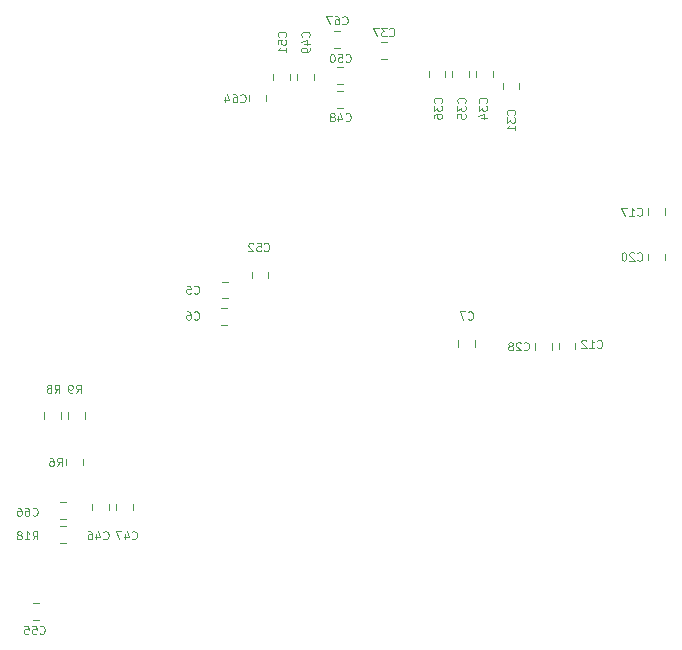
<source format=gbr>
%TF.GenerationSoftware,KiCad,Pcbnew,(5.1.6)-1*%
%TF.CreationDate,2020-12-19T20:46:55-03:30*%
%TF.ProjectId,graphics-card-rev-2,67726170-6869-4637-932d-636172642d72,rev?*%
%TF.SameCoordinates,Original*%
%TF.FileFunction,Legend,Bot*%
%TF.FilePolarity,Positive*%
%FSLAX46Y46*%
G04 Gerber Fmt 4.6, Leading zero omitted, Abs format (unit mm)*
G04 Created by KiCad (PCBNEW (5.1.6)-1) date 2020-12-19 20:46:55*
%MOMM*%
%LPD*%
G01*
G04 APERTURE LIST*
%ADD10C,0.120000*%
%ADD11C,0.100000*%
%ADD12O,1.450000X1.800000*%
%ADD13O,1.200000X1.600000*%
%ADD14C,2.050000*%
G04 APERTURE END LIST*
D10*
%TO.C,C5*%
X80263748Y-132290000D02*
X80786252Y-132290000D01*
X80263748Y-133710000D02*
X80786252Y-133710000D01*
%TO.C,C6*%
X80213748Y-135960000D02*
X80736252Y-135960000D01*
X80213748Y-134540000D02*
X80736252Y-134540000D01*
%TO.C,C7*%
X100290000Y-137786252D02*
X100290000Y-137263748D01*
X101710000Y-137786252D02*
X101710000Y-137263748D01*
%TO.C,C12*%
X110210000Y-137488748D02*
X110210000Y-138011252D01*
X108790000Y-137488748D02*
X108790000Y-138011252D01*
%TO.C,C28*%
X106790000Y-137513748D02*
X106790000Y-138036252D01*
X108210000Y-137513748D02*
X108210000Y-138036252D01*
%TO.C,C31*%
X105460000Y-115463748D02*
X105460000Y-115986252D01*
X104040000Y-115463748D02*
X104040000Y-115986252D01*
%TO.C,C34*%
X103210000Y-114463748D02*
X103210000Y-114986252D01*
X101790000Y-114463748D02*
X101790000Y-114986252D01*
%TO.C,C35*%
X101210000Y-114463748D02*
X101210000Y-114986252D01*
X99790000Y-114463748D02*
X99790000Y-114986252D01*
%TO.C,C36*%
X99210000Y-114463748D02*
X99210000Y-114986252D01*
X97790000Y-114463748D02*
X97790000Y-114986252D01*
%TO.C,C37*%
X93713748Y-113460000D02*
X94236252Y-113460000D01*
X93713748Y-112040000D02*
X94236252Y-112040000D01*
%TO.C,C48*%
X90035748Y-117550000D02*
X90558252Y-117550000D01*
X90035748Y-116130000D02*
X90558252Y-116130000D01*
%TO.C,C49*%
X88086000Y-114682748D02*
X88086000Y-115205252D01*
X86666000Y-114682748D02*
X86666000Y-115205252D01*
%TO.C,C50*%
X90044748Y-115518000D02*
X90567252Y-115518000D01*
X90044748Y-114098000D02*
X90567252Y-114098000D01*
%TO.C,C51*%
X86054000Y-114673748D02*
X86054000Y-115196252D01*
X84634000Y-114673748D02*
X84634000Y-115196252D01*
%TO.C,C52*%
X84210000Y-131488748D02*
X84210000Y-132011252D01*
X82790000Y-131488748D02*
X82790000Y-132011252D01*
%TO.C,C17*%
X117804000Y-126094748D02*
X117804000Y-126617252D01*
X116384000Y-126094748D02*
X116384000Y-126617252D01*
%TO.C,C20*%
X117804000Y-130445252D02*
X117804000Y-129922748D01*
X116384000Y-130445252D02*
X116384000Y-129922748D01*
%TO.C,C46*%
X70687000Y-151645252D02*
X70687000Y-151122748D01*
X69267000Y-151645252D02*
X69267000Y-151122748D01*
%TO.C,C47*%
X71299000Y-151654252D02*
X71299000Y-151131748D01*
X72719000Y-151654252D02*
X72719000Y-151131748D01*
%TO.C,C55*%
X64263748Y-159540000D02*
X64786252Y-159540000D01*
X64263748Y-160960000D02*
X64786252Y-160960000D01*
%TO.C,C66*%
X66531748Y-150928000D02*
X67054252Y-150928000D01*
X66531748Y-152348000D02*
X67054252Y-152348000D01*
%TO.C,C67*%
X89772748Y-111050000D02*
X90295252Y-111050000D01*
X89772748Y-112470000D02*
X90295252Y-112470000D01*
%TO.C,C64*%
X84022000Y-116974252D02*
X84022000Y-116451748D01*
X82602000Y-116974252D02*
X82602000Y-116451748D01*
%TO.C,R6*%
X67108000Y-147835252D02*
X67108000Y-147312748D01*
X68528000Y-147835252D02*
X68528000Y-147312748D01*
%TO.C,R8*%
X66623000Y-143366748D02*
X66623000Y-143889252D01*
X65203000Y-143366748D02*
X65203000Y-143889252D01*
%TO.C,R9*%
X67235000Y-143366748D02*
X67235000Y-143889252D01*
X68655000Y-143366748D02*
X68655000Y-143889252D01*
%TO.C,R18*%
X66540748Y-154380000D02*
X67063252Y-154380000D01*
X66540748Y-152960000D02*
X67063252Y-152960000D01*
%TO.C,C5*%
D11*
X77916666Y-133250000D02*
X77950000Y-133283333D01*
X78050000Y-133316666D01*
X78116666Y-133316666D01*
X78216666Y-133283333D01*
X78283333Y-133216666D01*
X78316666Y-133150000D01*
X78350000Y-133016666D01*
X78350000Y-132916666D01*
X78316666Y-132783333D01*
X78283333Y-132716666D01*
X78216666Y-132650000D01*
X78116666Y-132616666D01*
X78050000Y-132616666D01*
X77950000Y-132650000D01*
X77916666Y-132683333D01*
X77283333Y-132616666D02*
X77616666Y-132616666D01*
X77650000Y-132950000D01*
X77616666Y-132916666D01*
X77550000Y-132883333D01*
X77383333Y-132883333D01*
X77316666Y-132916666D01*
X77283333Y-132950000D01*
X77250000Y-133016666D01*
X77250000Y-133183333D01*
X77283333Y-133250000D01*
X77316666Y-133283333D01*
X77383333Y-133316666D01*
X77550000Y-133316666D01*
X77616666Y-133283333D01*
X77650000Y-133250000D01*
%TO.C,C6*%
X77916666Y-135450000D02*
X77950000Y-135483333D01*
X78050000Y-135516666D01*
X78116666Y-135516666D01*
X78216666Y-135483333D01*
X78283333Y-135416666D01*
X78316666Y-135350000D01*
X78350000Y-135216666D01*
X78350000Y-135116666D01*
X78316666Y-134983333D01*
X78283333Y-134916666D01*
X78216666Y-134850000D01*
X78116666Y-134816666D01*
X78050000Y-134816666D01*
X77950000Y-134850000D01*
X77916666Y-134883333D01*
X77316666Y-134816666D02*
X77450000Y-134816666D01*
X77516666Y-134850000D01*
X77550000Y-134883333D01*
X77616666Y-134983333D01*
X77650000Y-135116666D01*
X77650000Y-135383333D01*
X77616666Y-135450000D01*
X77583333Y-135483333D01*
X77516666Y-135516666D01*
X77383333Y-135516666D01*
X77316666Y-135483333D01*
X77283333Y-135450000D01*
X77250000Y-135383333D01*
X77250000Y-135216666D01*
X77283333Y-135150000D01*
X77316666Y-135116666D01*
X77383333Y-135083333D01*
X77516666Y-135083333D01*
X77583333Y-135116666D01*
X77616666Y-135150000D01*
X77650000Y-135216666D01*
%TO.C,C7*%
X101116666Y-135450000D02*
X101150000Y-135483333D01*
X101250000Y-135516666D01*
X101316666Y-135516666D01*
X101416666Y-135483333D01*
X101483333Y-135416666D01*
X101516666Y-135350000D01*
X101550000Y-135216666D01*
X101550000Y-135116666D01*
X101516666Y-134983333D01*
X101483333Y-134916666D01*
X101416666Y-134850000D01*
X101316666Y-134816666D01*
X101250000Y-134816666D01*
X101150000Y-134850000D01*
X101116666Y-134883333D01*
X100883333Y-134816666D02*
X100416666Y-134816666D01*
X100716666Y-135516666D01*
%TO.C,C12*%
X112050000Y-137850000D02*
X112083333Y-137883333D01*
X112183333Y-137916666D01*
X112250000Y-137916666D01*
X112350000Y-137883333D01*
X112416666Y-137816666D01*
X112450000Y-137750000D01*
X112483333Y-137616666D01*
X112483333Y-137516666D01*
X112450000Y-137383333D01*
X112416666Y-137316666D01*
X112350000Y-137250000D01*
X112250000Y-137216666D01*
X112183333Y-137216666D01*
X112083333Y-137250000D01*
X112050000Y-137283333D01*
X111383333Y-137916666D02*
X111783333Y-137916666D01*
X111583333Y-137916666D02*
X111583333Y-137216666D01*
X111650000Y-137316666D01*
X111716666Y-137383333D01*
X111783333Y-137416666D01*
X111116666Y-137283333D02*
X111083333Y-137250000D01*
X111016666Y-137216666D01*
X110850000Y-137216666D01*
X110783333Y-137250000D01*
X110750000Y-137283333D01*
X110716666Y-137350000D01*
X110716666Y-137416666D01*
X110750000Y-137516666D01*
X111150000Y-137916666D01*
X110716666Y-137916666D01*
%TO.C,C28*%
X105850000Y-138050000D02*
X105883333Y-138083333D01*
X105983333Y-138116666D01*
X106050000Y-138116666D01*
X106150000Y-138083333D01*
X106216666Y-138016666D01*
X106250000Y-137950000D01*
X106283333Y-137816666D01*
X106283333Y-137716666D01*
X106250000Y-137583333D01*
X106216666Y-137516666D01*
X106150000Y-137450000D01*
X106050000Y-137416666D01*
X105983333Y-137416666D01*
X105883333Y-137450000D01*
X105850000Y-137483333D01*
X105583333Y-137483333D02*
X105550000Y-137450000D01*
X105483333Y-137416666D01*
X105316666Y-137416666D01*
X105250000Y-137450000D01*
X105216666Y-137483333D01*
X105183333Y-137550000D01*
X105183333Y-137616666D01*
X105216666Y-137716666D01*
X105616666Y-138116666D01*
X105183333Y-138116666D01*
X104783333Y-137716666D02*
X104850000Y-137683333D01*
X104883333Y-137650000D01*
X104916666Y-137583333D01*
X104916666Y-137550000D01*
X104883333Y-137483333D01*
X104850000Y-137450000D01*
X104783333Y-137416666D01*
X104650000Y-137416666D01*
X104583333Y-137450000D01*
X104550000Y-137483333D01*
X104516666Y-137550000D01*
X104516666Y-137583333D01*
X104550000Y-137650000D01*
X104583333Y-137683333D01*
X104650000Y-137716666D01*
X104783333Y-137716666D01*
X104850000Y-137750000D01*
X104883333Y-137783333D01*
X104916666Y-137850000D01*
X104916666Y-137983333D01*
X104883333Y-138050000D01*
X104850000Y-138083333D01*
X104783333Y-138116666D01*
X104650000Y-138116666D01*
X104583333Y-138083333D01*
X104550000Y-138050000D01*
X104516666Y-137983333D01*
X104516666Y-137850000D01*
X104550000Y-137783333D01*
X104583333Y-137750000D01*
X104650000Y-137716666D01*
%TO.C,C31*%
X105050000Y-118150000D02*
X105083333Y-118116666D01*
X105116666Y-118016666D01*
X105116666Y-117950000D01*
X105083333Y-117850000D01*
X105016666Y-117783333D01*
X104950000Y-117750000D01*
X104816666Y-117716666D01*
X104716666Y-117716666D01*
X104583333Y-117750000D01*
X104516666Y-117783333D01*
X104450000Y-117850000D01*
X104416666Y-117950000D01*
X104416666Y-118016666D01*
X104450000Y-118116666D01*
X104483333Y-118150000D01*
X104416666Y-118383333D02*
X104416666Y-118816666D01*
X104683333Y-118583333D01*
X104683333Y-118683333D01*
X104716666Y-118750000D01*
X104750000Y-118783333D01*
X104816666Y-118816666D01*
X104983333Y-118816666D01*
X105050000Y-118783333D01*
X105083333Y-118750000D01*
X105116666Y-118683333D01*
X105116666Y-118483333D01*
X105083333Y-118416666D01*
X105050000Y-118383333D01*
X105116666Y-119483333D02*
X105116666Y-119083333D01*
X105116666Y-119283333D02*
X104416666Y-119283333D01*
X104516666Y-119216666D01*
X104583333Y-119150000D01*
X104616666Y-119083333D01*
%TO.C,C34*%
X102650000Y-117150000D02*
X102683333Y-117116666D01*
X102716666Y-117016666D01*
X102716666Y-116950000D01*
X102683333Y-116850000D01*
X102616666Y-116783333D01*
X102550000Y-116750000D01*
X102416666Y-116716666D01*
X102316666Y-116716666D01*
X102183333Y-116750000D01*
X102116666Y-116783333D01*
X102050000Y-116850000D01*
X102016666Y-116950000D01*
X102016666Y-117016666D01*
X102050000Y-117116666D01*
X102083333Y-117150000D01*
X102016666Y-117383333D02*
X102016666Y-117816666D01*
X102283333Y-117583333D01*
X102283333Y-117683333D01*
X102316666Y-117750000D01*
X102350000Y-117783333D01*
X102416666Y-117816666D01*
X102583333Y-117816666D01*
X102650000Y-117783333D01*
X102683333Y-117750000D01*
X102716666Y-117683333D01*
X102716666Y-117483333D01*
X102683333Y-117416666D01*
X102650000Y-117383333D01*
X102250000Y-118416666D02*
X102716666Y-118416666D01*
X101983333Y-118250000D02*
X102483333Y-118083333D01*
X102483333Y-118516666D01*
%TO.C,C35*%
X100850000Y-117150000D02*
X100883333Y-117116666D01*
X100916666Y-117016666D01*
X100916666Y-116950000D01*
X100883333Y-116850000D01*
X100816666Y-116783333D01*
X100750000Y-116750000D01*
X100616666Y-116716666D01*
X100516666Y-116716666D01*
X100383333Y-116750000D01*
X100316666Y-116783333D01*
X100250000Y-116850000D01*
X100216666Y-116950000D01*
X100216666Y-117016666D01*
X100250000Y-117116666D01*
X100283333Y-117150000D01*
X100216666Y-117383333D02*
X100216666Y-117816666D01*
X100483333Y-117583333D01*
X100483333Y-117683333D01*
X100516666Y-117750000D01*
X100550000Y-117783333D01*
X100616666Y-117816666D01*
X100783333Y-117816666D01*
X100850000Y-117783333D01*
X100883333Y-117750000D01*
X100916666Y-117683333D01*
X100916666Y-117483333D01*
X100883333Y-117416666D01*
X100850000Y-117383333D01*
X100216666Y-118450000D02*
X100216666Y-118116666D01*
X100550000Y-118083333D01*
X100516666Y-118116666D01*
X100483333Y-118183333D01*
X100483333Y-118350000D01*
X100516666Y-118416666D01*
X100550000Y-118450000D01*
X100616666Y-118483333D01*
X100783333Y-118483333D01*
X100850000Y-118450000D01*
X100883333Y-118416666D01*
X100916666Y-118350000D01*
X100916666Y-118183333D01*
X100883333Y-118116666D01*
X100850000Y-118083333D01*
%TO.C,C36*%
X98850000Y-117150000D02*
X98883333Y-117116666D01*
X98916666Y-117016666D01*
X98916666Y-116950000D01*
X98883333Y-116850000D01*
X98816666Y-116783333D01*
X98750000Y-116750000D01*
X98616666Y-116716666D01*
X98516666Y-116716666D01*
X98383333Y-116750000D01*
X98316666Y-116783333D01*
X98250000Y-116850000D01*
X98216666Y-116950000D01*
X98216666Y-117016666D01*
X98250000Y-117116666D01*
X98283333Y-117150000D01*
X98216666Y-117383333D02*
X98216666Y-117816666D01*
X98483333Y-117583333D01*
X98483333Y-117683333D01*
X98516666Y-117750000D01*
X98550000Y-117783333D01*
X98616666Y-117816666D01*
X98783333Y-117816666D01*
X98850000Y-117783333D01*
X98883333Y-117750000D01*
X98916666Y-117683333D01*
X98916666Y-117483333D01*
X98883333Y-117416666D01*
X98850000Y-117383333D01*
X98216666Y-118416666D02*
X98216666Y-118283333D01*
X98250000Y-118216666D01*
X98283333Y-118183333D01*
X98383333Y-118116666D01*
X98516666Y-118083333D01*
X98783333Y-118083333D01*
X98850000Y-118116666D01*
X98883333Y-118150000D01*
X98916666Y-118216666D01*
X98916666Y-118350000D01*
X98883333Y-118416666D01*
X98850000Y-118450000D01*
X98783333Y-118483333D01*
X98616666Y-118483333D01*
X98550000Y-118450000D01*
X98516666Y-118416666D01*
X98483333Y-118350000D01*
X98483333Y-118216666D01*
X98516666Y-118150000D01*
X98550000Y-118116666D01*
X98616666Y-118083333D01*
%TO.C,C37*%
X94450000Y-111450000D02*
X94483333Y-111483333D01*
X94583333Y-111516666D01*
X94650000Y-111516666D01*
X94750000Y-111483333D01*
X94816666Y-111416666D01*
X94850000Y-111350000D01*
X94883333Y-111216666D01*
X94883333Y-111116666D01*
X94850000Y-110983333D01*
X94816666Y-110916666D01*
X94750000Y-110850000D01*
X94650000Y-110816666D01*
X94583333Y-110816666D01*
X94483333Y-110850000D01*
X94450000Y-110883333D01*
X94216666Y-110816666D02*
X93783333Y-110816666D01*
X94016666Y-111083333D01*
X93916666Y-111083333D01*
X93850000Y-111116666D01*
X93816666Y-111150000D01*
X93783333Y-111216666D01*
X93783333Y-111383333D01*
X93816666Y-111450000D01*
X93850000Y-111483333D01*
X93916666Y-111516666D01*
X94116666Y-111516666D01*
X94183333Y-111483333D01*
X94216666Y-111450000D01*
X93550000Y-110816666D02*
X93083333Y-110816666D01*
X93383333Y-111516666D01*
%TO.C,C48*%
X90747000Y-118650000D02*
X90780333Y-118683333D01*
X90880333Y-118716666D01*
X90947000Y-118716666D01*
X91047000Y-118683333D01*
X91113666Y-118616666D01*
X91147000Y-118550000D01*
X91180333Y-118416666D01*
X91180333Y-118316666D01*
X91147000Y-118183333D01*
X91113666Y-118116666D01*
X91047000Y-118050000D01*
X90947000Y-118016666D01*
X90880333Y-118016666D01*
X90780333Y-118050000D01*
X90747000Y-118083333D01*
X90147000Y-118250000D02*
X90147000Y-118716666D01*
X90313666Y-117983333D02*
X90480333Y-118483333D01*
X90047000Y-118483333D01*
X89680333Y-118316666D02*
X89747000Y-118283333D01*
X89780333Y-118250000D01*
X89813666Y-118183333D01*
X89813666Y-118150000D01*
X89780333Y-118083333D01*
X89747000Y-118050000D01*
X89680333Y-118016666D01*
X89547000Y-118016666D01*
X89480333Y-118050000D01*
X89447000Y-118083333D01*
X89413666Y-118150000D01*
X89413666Y-118183333D01*
X89447000Y-118250000D01*
X89480333Y-118283333D01*
X89547000Y-118316666D01*
X89680333Y-118316666D01*
X89747000Y-118350000D01*
X89780333Y-118383333D01*
X89813666Y-118450000D01*
X89813666Y-118583333D01*
X89780333Y-118650000D01*
X89747000Y-118683333D01*
X89680333Y-118716666D01*
X89547000Y-118716666D01*
X89480333Y-118683333D01*
X89447000Y-118650000D01*
X89413666Y-118583333D01*
X89413666Y-118450000D01*
X89447000Y-118383333D01*
X89480333Y-118350000D01*
X89547000Y-118316666D01*
%TO.C,C49*%
X87650000Y-111550000D02*
X87683333Y-111516666D01*
X87716666Y-111416666D01*
X87716666Y-111350000D01*
X87683333Y-111250000D01*
X87616666Y-111183333D01*
X87550000Y-111150000D01*
X87416666Y-111116666D01*
X87316666Y-111116666D01*
X87183333Y-111150000D01*
X87116666Y-111183333D01*
X87050000Y-111250000D01*
X87016666Y-111350000D01*
X87016666Y-111416666D01*
X87050000Y-111516666D01*
X87083333Y-111550000D01*
X87250000Y-112150000D02*
X87716666Y-112150000D01*
X86983333Y-111983333D02*
X87483333Y-111816666D01*
X87483333Y-112250000D01*
X87716666Y-112550000D02*
X87716666Y-112683333D01*
X87683333Y-112750000D01*
X87650000Y-112783333D01*
X87550000Y-112850000D01*
X87416666Y-112883333D01*
X87150000Y-112883333D01*
X87083333Y-112850000D01*
X87050000Y-112816666D01*
X87016666Y-112750000D01*
X87016666Y-112616666D01*
X87050000Y-112550000D01*
X87083333Y-112516666D01*
X87150000Y-112483333D01*
X87316666Y-112483333D01*
X87383333Y-112516666D01*
X87416666Y-112550000D01*
X87450000Y-112616666D01*
X87450000Y-112750000D01*
X87416666Y-112816666D01*
X87383333Y-112850000D01*
X87316666Y-112883333D01*
%TO.C,C50*%
X90756000Y-113650000D02*
X90789333Y-113683333D01*
X90889333Y-113716666D01*
X90956000Y-113716666D01*
X91056000Y-113683333D01*
X91122666Y-113616666D01*
X91156000Y-113550000D01*
X91189333Y-113416666D01*
X91189333Y-113316666D01*
X91156000Y-113183333D01*
X91122666Y-113116666D01*
X91056000Y-113050000D01*
X90956000Y-113016666D01*
X90889333Y-113016666D01*
X90789333Y-113050000D01*
X90756000Y-113083333D01*
X90122666Y-113016666D02*
X90456000Y-113016666D01*
X90489333Y-113350000D01*
X90456000Y-113316666D01*
X90389333Y-113283333D01*
X90222666Y-113283333D01*
X90156000Y-113316666D01*
X90122666Y-113350000D01*
X90089333Y-113416666D01*
X90089333Y-113583333D01*
X90122666Y-113650000D01*
X90156000Y-113683333D01*
X90222666Y-113716666D01*
X90389333Y-113716666D01*
X90456000Y-113683333D01*
X90489333Y-113650000D01*
X89656000Y-113016666D02*
X89589333Y-113016666D01*
X89522666Y-113050000D01*
X89489333Y-113083333D01*
X89456000Y-113150000D01*
X89422666Y-113283333D01*
X89422666Y-113450000D01*
X89456000Y-113583333D01*
X89489333Y-113650000D01*
X89522666Y-113683333D01*
X89589333Y-113716666D01*
X89656000Y-113716666D01*
X89722666Y-113683333D01*
X89756000Y-113650000D01*
X89789333Y-113583333D01*
X89822666Y-113450000D01*
X89822666Y-113283333D01*
X89789333Y-113150000D01*
X89756000Y-113083333D01*
X89722666Y-113050000D01*
X89656000Y-113016666D01*
%TO.C,C51*%
X85650000Y-111550000D02*
X85683333Y-111516666D01*
X85716666Y-111416666D01*
X85716666Y-111350000D01*
X85683333Y-111250000D01*
X85616666Y-111183333D01*
X85550000Y-111150000D01*
X85416666Y-111116666D01*
X85316666Y-111116666D01*
X85183333Y-111150000D01*
X85116666Y-111183333D01*
X85050000Y-111250000D01*
X85016666Y-111350000D01*
X85016666Y-111416666D01*
X85050000Y-111516666D01*
X85083333Y-111550000D01*
X85016666Y-112183333D02*
X85016666Y-111850000D01*
X85350000Y-111816666D01*
X85316666Y-111850000D01*
X85283333Y-111916666D01*
X85283333Y-112083333D01*
X85316666Y-112150000D01*
X85350000Y-112183333D01*
X85416666Y-112216666D01*
X85583333Y-112216666D01*
X85650000Y-112183333D01*
X85683333Y-112150000D01*
X85716666Y-112083333D01*
X85716666Y-111916666D01*
X85683333Y-111850000D01*
X85650000Y-111816666D01*
X85716666Y-112883333D02*
X85716666Y-112483333D01*
X85716666Y-112683333D02*
X85016666Y-112683333D01*
X85116666Y-112616666D01*
X85183333Y-112550000D01*
X85216666Y-112483333D01*
%TO.C,C52*%
X83850000Y-129650000D02*
X83883333Y-129683333D01*
X83983333Y-129716666D01*
X84050000Y-129716666D01*
X84150000Y-129683333D01*
X84216666Y-129616666D01*
X84250000Y-129550000D01*
X84283333Y-129416666D01*
X84283333Y-129316666D01*
X84250000Y-129183333D01*
X84216666Y-129116666D01*
X84150000Y-129050000D01*
X84050000Y-129016666D01*
X83983333Y-129016666D01*
X83883333Y-129050000D01*
X83850000Y-129083333D01*
X83216666Y-129016666D02*
X83550000Y-129016666D01*
X83583333Y-129350000D01*
X83550000Y-129316666D01*
X83483333Y-129283333D01*
X83316666Y-129283333D01*
X83250000Y-129316666D01*
X83216666Y-129350000D01*
X83183333Y-129416666D01*
X83183333Y-129583333D01*
X83216666Y-129650000D01*
X83250000Y-129683333D01*
X83316666Y-129716666D01*
X83483333Y-129716666D01*
X83550000Y-129683333D01*
X83583333Y-129650000D01*
X82916666Y-129083333D02*
X82883333Y-129050000D01*
X82816666Y-129016666D01*
X82650000Y-129016666D01*
X82583333Y-129050000D01*
X82550000Y-129083333D01*
X82516666Y-129150000D01*
X82516666Y-129216666D01*
X82550000Y-129316666D01*
X82950000Y-129716666D01*
X82516666Y-129716666D01*
%TO.C,C17*%
X115450000Y-126650000D02*
X115483333Y-126683333D01*
X115583333Y-126716666D01*
X115650000Y-126716666D01*
X115750000Y-126683333D01*
X115816666Y-126616666D01*
X115850000Y-126550000D01*
X115883333Y-126416666D01*
X115883333Y-126316666D01*
X115850000Y-126183333D01*
X115816666Y-126116666D01*
X115750000Y-126050000D01*
X115650000Y-126016666D01*
X115583333Y-126016666D01*
X115483333Y-126050000D01*
X115450000Y-126083333D01*
X114783333Y-126716666D02*
X115183333Y-126716666D01*
X114983333Y-126716666D02*
X114983333Y-126016666D01*
X115050000Y-126116666D01*
X115116666Y-126183333D01*
X115183333Y-126216666D01*
X114550000Y-126016666D02*
X114083333Y-126016666D01*
X114383333Y-126716666D01*
%TO.C,C20*%
X115450000Y-130450000D02*
X115483333Y-130483333D01*
X115583333Y-130516666D01*
X115650000Y-130516666D01*
X115750000Y-130483333D01*
X115816666Y-130416666D01*
X115850000Y-130350000D01*
X115883333Y-130216666D01*
X115883333Y-130116666D01*
X115850000Y-129983333D01*
X115816666Y-129916666D01*
X115750000Y-129850000D01*
X115650000Y-129816666D01*
X115583333Y-129816666D01*
X115483333Y-129850000D01*
X115450000Y-129883333D01*
X115183333Y-129883333D02*
X115150000Y-129850000D01*
X115083333Y-129816666D01*
X114916666Y-129816666D01*
X114850000Y-129850000D01*
X114816666Y-129883333D01*
X114783333Y-129950000D01*
X114783333Y-130016666D01*
X114816666Y-130116666D01*
X115216666Y-130516666D01*
X114783333Y-130516666D01*
X114350000Y-129816666D02*
X114283333Y-129816666D01*
X114216666Y-129850000D01*
X114183333Y-129883333D01*
X114150000Y-129950000D01*
X114116666Y-130083333D01*
X114116666Y-130250000D01*
X114150000Y-130383333D01*
X114183333Y-130450000D01*
X114216666Y-130483333D01*
X114283333Y-130516666D01*
X114350000Y-130516666D01*
X114416666Y-130483333D01*
X114450000Y-130450000D01*
X114483333Y-130383333D01*
X114516666Y-130250000D01*
X114516666Y-130083333D01*
X114483333Y-129950000D01*
X114450000Y-129883333D01*
X114416666Y-129850000D01*
X114350000Y-129816666D01*
%TO.C,C46*%
X70250000Y-154050000D02*
X70283333Y-154083333D01*
X70383333Y-154116666D01*
X70450000Y-154116666D01*
X70550000Y-154083333D01*
X70616666Y-154016666D01*
X70650000Y-153950000D01*
X70683333Y-153816666D01*
X70683333Y-153716666D01*
X70650000Y-153583333D01*
X70616666Y-153516666D01*
X70550000Y-153450000D01*
X70450000Y-153416666D01*
X70383333Y-153416666D01*
X70283333Y-153450000D01*
X70250000Y-153483333D01*
X69650000Y-153650000D02*
X69650000Y-154116666D01*
X69816666Y-153383333D02*
X69983333Y-153883333D01*
X69550000Y-153883333D01*
X68983333Y-153416666D02*
X69116666Y-153416666D01*
X69183333Y-153450000D01*
X69216666Y-153483333D01*
X69283333Y-153583333D01*
X69316666Y-153716666D01*
X69316666Y-153983333D01*
X69283333Y-154050000D01*
X69250000Y-154083333D01*
X69183333Y-154116666D01*
X69050000Y-154116666D01*
X68983333Y-154083333D01*
X68950000Y-154050000D01*
X68916666Y-153983333D01*
X68916666Y-153816666D01*
X68950000Y-153750000D01*
X68983333Y-153716666D01*
X69050000Y-153683333D01*
X69183333Y-153683333D01*
X69250000Y-153716666D01*
X69283333Y-153750000D01*
X69316666Y-153816666D01*
%TO.C,C47*%
X72650000Y-154050000D02*
X72683333Y-154083333D01*
X72783333Y-154116666D01*
X72850000Y-154116666D01*
X72950000Y-154083333D01*
X73016666Y-154016666D01*
X73050000Y-153950000D01*
X73083333Y-153816666D01*
X73083333Y-153716666D01*
X73050000Y-153583333D01*
X73016666Y-153516666D01*
X72950000Y-153450000D01*
X72850000Y-153416666D01*
X72783333Y-153416666D01*
X72683333Y-153450000D01*
X72650000Y-153483333D01*
X72050000Y-153650000D02*
X72050000Y-154116666D01*
X72216666Y-153383333D02*
X72383333Y-153883333D01*
X71950000Y-153883333D01*
X71750000Y-153416666D02*
X71283333Y-153416666D01*
X71583333Y-154116666D01*
%TO.C,C55*%
X64850000Y-162050000D02*
X64883333Y-162083333D01*
X64983333Y-162116666D01*
X65050000Y-162116666D01*
X65150000Y-162083333D01*
X65216666Y-162016666D01*
X65250000Y-161950000D01*
X65283333Y-161816666D01*
X65283333Y-161716666D01*
X65250000Y-161583333D01*
X65216666Y-161516666D01*
X65150000Y-161450000D01*
X65050000Y-161416666D01*
X64983333Y-161416666D01*
X64883333Y-161450000D01*
X64850000Y-161483333D01*
X64216666Y-161416666D02*
X64550000Y-161416666D01*
X64583333Y-161750000D01*
X64550000Y-161716666D01*
X64483333Y-161683333D01*
X64316666Y-161683333D01*
X64250000Y-161716666D01*
X64216666Y-161750000D01*
X64183333Y-161816666D01*
X64183333Y-161983333D01*
X64216666Y-162050000D01*
X64250000Y-162083333D01*
X64316666Y-162116666D01*
X64483333Y-162116666D01*
X64550000Y-162083333D01*
X64583333Y-162050000D01*
X63550000Y-161416666D02*
X63883333Y-161416666D01*
X63916666Y-161750000D01*
X63883333Y-161716666D01*
X63816666Y-161683333D01*
X63650000Y-161683333D01*
X63583333Y-161716666D01*
X63550000Y-161750000D01*
X63516666Y-161816666D01*
X63516666Y-161983333D01*
X63550000Y-162050000D01*
X63583333Y-162083333D01*
X63650000Y-162116666D01*
X63816666Y-162116666D01*
X63883333Y-162083333D01*
X63916666Y-162050000D01*
%TO.C,C66*%
X64250000Y-152050000D02*
X64283333Y-152083333D01*
X64383333Y-152116666D01*
X64450000Y-152116666D01*
X64550000Y-152083333D01*
X64616666Y-152016666D01*
X64650000Y-151950000D01*
X64683333Y-151816666D01*
X64683333Y-151716666D01*
X64650000Y-151583333D01*
X64616666Y-151516666D01*
X64550000Y-151450000D01*
X64450000Y-151416666D01*
X64383333Y-151416666D01*
X64283333Y-151450000D01*
X64250000Y-151483333D01*
X63650000Y-151416666D02*
X63783333Y-151416666D01*
X63850000Y-151450000D01*
X63883333Y-151483333D01*
X63950000Y-151583333D01*
X63983333Y-151716666D01*
X63983333Y-151983333D01*
X63950000Y-152050000D01*
X63916666Y-152083333D01*
X63850000Y-152116666D01*
X63716666Y-152116666D01*
X63650000Y-152083333D01*
X63616666Y-152050000D01*
X63583333Y-151983333D01*
X63583333Y-151816666D01*
X63616666Y-151750000D01*
X63650000Y-151716666D01*
X63716666Y-151683333D01*
X63850000Y-151683333D01*
X63916666Y-151716666D01*
X63950000Y-151750000D01*
X63983333Y-151816666D01*
X62983333Y-151416666D02*
X63116666Y-151416666D01*
X63183333Y-151450000D01*
X63216666Y-151483333D01*
X63283333Y-151583333D01*
X63316666Y-151716666D01*
X63316666Y-151983333D01*
X63283333Y-152050000D01*
X63250000Y-152083333D01*
X63183333Y-152116666D01*
X63050000Y-152116666D01*
X62983333Y-152083333D01*
X62950000Y-152050000D01*
X62916666Y-151983333D01*
X62916666Y-151816666D01*
X62950000Y-151750000D01*
X62983333Y-151716666D01*
X63050000Y-151683333D01*
X63183333Y-151683333D01*
X63250000Y-151716666D01*
X63283333Y-151750000D01*
X63316666Y-151816666D01*
%TO.C,C67*%
X90484000Y-110450000D02*
X90517333Y-110483333D01*
X90617333Y-110516666D01*
X90684000Y-110516666D01*
X90784000Y-110483333D01*
X90850666Y-110416666D01*
X90884000Y-110350000D01*
X90917333Y-110216666D01*
X90917333Y-110116666D01*
X90884000Y-109983333D01*
X90850666Y-109916666D01*
X90784000Y-109850000D01*
X90684000Y-109816666D01*
X90617333Y-109816666D01*
X90517333Y-109850000D01*
X90484000Y-109883333D01*
X89884000Y-109816666D02*
X90017333Y-109816666D01*
X90084000Y-109850000D01*
X90117333Y-109883333D01*
X90184000Y-109983333D01*
X90217333Y-110116666D01*
X90217333Y-110383333D01*
X90184000Y-110450000D01*
X90150666Y-110483333D01*
X90084000Y-110516666D01*
X89950666Y-110516666D01*
X89884000Y-110483333D01*
X89850666Y-110450000D01*
X89817333Y-110383333D01*
X89817333Y-110216666D01*
X89850666Y-110150000D01*
X89884000Y-110116666D01*
X89950666Y-110083333D01*
X90084000Y-110083333D01*
X90150666Y-110116666D01*
X90184000Y-110150000D01*
X90217333Y-110216666D01*
X89584000Y-109816666D02*
X89117333Y-109816666D01*
X89417333Y-110516666D01*
%TO.C,C64*%
X81850000Y-117050000D02*
X81883333Y-117083333D01*
X81983333Y-117116666D01*
X82050000Y-117116666D01*
X82150000Y-117083333D01*
X82216666Y-117016666D01*
X82250000Y-116950000D01*
X82283333Y-116816666D01*
X82283333Y-116716666D01*
X82250000Y-116583333D01*
X82216666Y-116516666D01*
X82150000Y-116450000D01*
X82050000Y-116416666D01*
X81983333Y-116416666D01*
X81883333Y-116450000D01*
X81850000Y-116483333D01*
X81250000Y-116416666D02*
X81383333Y-116416666D01*
X81450000Y-116450000D01*
X81483333Y-116483333D01*
X81550000Y-116583333D01*
X81583333Y-116716666D01*
X81583333Y-116983333D01*
X81550000Y-117050000D01*
X81516666Y-117083333D01*
X81450000Y-117116666D01*
X81316666Y-117116666D01*
X81250000Y-117083333D01*
X81216666Y-117050000D01*
X81183333Y-116983333D01*
X81183333Y-116816666D01*
X81216666Y-116750000D01*
X81250000Y-116716666D01*
X81316666Y-116683333D01*
X81450000Y-116683333D01*
X81516666Y-116716666D01*
X81550000Y-116750000D01*
X81583333Y-116816666D01*
X80583333Y-116650000D02*
X80583333Y-117116666D01*
X80750000Y-116383333D02*
X80916666Y-116883333D01*
X80483333Y-116883333D01*
%TO.C,R6*%
X66316666Y-147916666D02*
X66550000Y-147583333D01*
X66716666Y-147916666D02*
X66716666Y-147216666D01*
X66450000Y-147216666D01*
X66383333Y-147250000D01*
X66350000Y-147283333D01*
X66316666Y-147350000D01*
X66316666Y-147450000D01*
X66350000Y-147516666D01*
X66383333Y-147550000D01*
X66450000Y-147583333D01*
X66716666Y-147583333D01*
X65716666Y-147216666D02*
X65850000Y-147216666D01*
X65916666Y-147250000D01*
X65950000Y-147283333D01*
X66016666Y-147383333D01*
X66050000Y-147516666D01*
X66050000Y-147783333D01*
X66016666Y-147850000D01*
X65983333Y-147883333D01*
X65916666Y-147916666D01*
X65783333Y-147916666D01*
X65716666Y-147883333D01*
X65683333Y-147850000D01*
X65650000Y-147783333D01*
X65650000Y-147616666D01*
X65683333Y-147550000D01*
X65716666Y-147516666D01*
X65783333Y-147483333D01*
X65916666Y-147483333D01*
X65983333Y-147516666D01*
X66016666Y-147550000D01*
X66050000Y-147616666D01*
%TO.C,R8*%
X66116666Y-141716666D02*
X66350000Y-141383333D01*
X66516666Y-141716666D02*
X66516666Y-141016666D01*
X66250000Y-141016666D01*
X66183333Y-141050000D01*
X66150000Y-141083333D01*
X66116666Y-141150000D01*
X66116666Y-141250000D01*
X66150000Y-141316666D01*
X66183333Y-141350000D01*
X66250000Y-141383333D01*
X66516666Y-141383333D01*
X65716666Y-141316666D02*
X65783333Y-141283333D01*
X65816666Y-141250000D01*
X65850000Y-141183333D01*
X65850000Y-141150000D01*
X65816666Y-141083333D01*
X65783333Y-141050000D01*
X65716666Y-141016666D01*
X65583333Y-141016666D01*
X65516666Y-141050000D01*
X65483333Y-141083333D01*
X65450000Y-141150000D01*
X65450000Y-141183333D01*
X65483333Y-141250000D01*
X65516666Y-141283333D01*
X65583333Y-141316666D01*
X65716666Y-141316666D01*
X65783333Y-141350000D01*
X65816666Y-141383333D01*
X65850000Y-141450000D01*
X65850000Y-141583333D01*
X65816666Y-141650000D01*
X65783333Y-141683333D01*
X65716666Y-141716666D01*
X65583333Y-141716666D01*
X65516666Y-141683333D01*
X65483333Y-141650000D01*
X65450000Y-141583333D01*
X65450000Y-141450000D01*
X65483333Y-141383333D01*
X65516666Y-141350000D01*
X65583333Y-141316666D01*
%TO.C,R9*%
X67916666Y-141716666D02*
X68150000Y-141383333D01*
X68316666Y-141716666D02*
X68316666Y-141016666D01*
X68050000Y-141016666D01*
X67983333Y-141050000D01*
X67950000Y-141083333D01*
X67916666Y-141150000D01*
X67916666Y-141250000D01*
X67950000Y-141316666D01*
X67983333Y-141350000D01*
X68050000Y-141383333D01*
X68316666Y-141383333D01*
X67583333Y-141716666D02*
X67450000Y-141716666D01*
X67383333Y-141683333D01*
X67350000Y-141650000D01*
X67283333Y-141550000D01*
X67250000Y-141416666D01*
X67250000Y-141150000D01*
X67283333Y-141083333D01*
X67316666Y-141050000D01*
X67383333Y-141016666D01*
X67516666Y-141016666D01*
X67583333Y-141050000D01*
X67616666Y-141083333D01*
X67650000Y-141150000D01*
X67650000Y-141316666D01*
X67616666Y-141383333D01*
X67583333Y-141416666D01*
X67516666Y-141450000D01*
X67383333Y-141450000D01*
X67316666Y-141416666D01*
X67283333Y-141383333D01*
X67250000Y-141316666D01*
%TO.C,R18*%
X64250000Y-154116666D02*
X64483333Y-153783333D01*
X64650000Y-154116666D02*
X64650000Y-153416666D01*
X64383333Y-153416666D01*
X64316666Y-153450000D01*
X64283333Y-153483333D01*
X64250000Y-153550000D01*
X64250000Y-153650000D01*
X64283333Y-153716666D01*
X64316666Y-153750000D01*
X64383333Y-153783333D01*
X64650000Y-153783333D01*
X63583333Y-154116666D02*
X63983333Y-154116666D01*
X63783333Y-154116666D02*
X63783333Y-153416666D01*
X63850000Y-153516666D01*
X63916666Y-153583333D01*
X63983333Y-153616666D01*
X63183333Y-153716666D02*
X63250000Y-153683333D01*
X63283333Y-153650000D01*
X63316666Y-153583333D01*
X63316666Y-153550000D01*
X63283333Y-153483333D01*
X63250000Y-153450000D01*
X63183333Y-153416666D01*
X63050000Y-153416666D01*
X62983333Y-153450000D01*
X62950000Y-153483333D01*
X62916666Y-153550000D01*
X62916666Y-153583333D01*
X62950000Y-153650000D01*
X62983333Y-153683333D01*
X63050000Y-153716666D01*
X63183333Y-153716666D01*
X63250000Y-153750000D01*
X63283333Y-153783333D01*
X63316666Y-153850000D01*
X63316666Y-153983333D01*
X63283333Y-154050000D01*
X63250000Y-154083333D01*
X63183333Y-154116666D01*
X63050000Y-154116666D01*
X62983333Y-154083333D01*
X62950000Y-154050000D01*
X62916666Y-153983333D01*
X62916666Y-153850000D01*
X62950000Y-153783333D01*
X62983333Y-153750000D01*
X63050000Y-153716666D01*
%TD*%
%LPC*%
%TO.C,C5*%
G36*
G01*
X78875000Y-133478262D02*
X78875000Y-132521738D01*
G75*
G02*
X79146738Y-132250000I271738J0D01*
G01*
X79853262Y-132250000D01*
G75*
G02*
X80125000Y-132521738I0J-271738D01*
G01*
X80125000Y-133478262D01*
G75*
G02*
X79853262Y-133750000I-271738J0D01*
G01*
X79146738Y-133750000D01*
G75*
G02*
X78875000Y-133478262I0J271738D01*
G01*
G37*
G36*
G01*
X80925000Y-133478262D02*
X80925000Y-132521738D01*
G75*
G02*
X81196738Y-132250000I271738J0D01*
G01*
X81903262Y-132250000D01*
G75*
G02*
X82175000Y-132521738I0J-271738D01*
G01*
X82175000Y-133478262D01*
G75*
G02*
X81903262Y-133750000I-271738J0D01*
G01*
X81196738Y-133750000D01*
G75*
G02*
X80925000Y-133478262I0J271738D01*
G01*
G37*
%TD*%
%TO.C,C6*%
G36*
G01*
X80875000Y-135728262D02*
X80875000Y-134771738D01*
G75*
G02*
X81146738Y-134500000I271738J0D01*
G01*
X81853262Y-134500000D01*
G75*
G02*
X82125000Y-134771738I0J-271738D01*
G01*
X82125000Y-135728262D01*
G75*
G02*
X81853262Y-136000000I-271738J0D01*
G01*
X81146738Y-136000000D01*
G75*
G02*
X80875000Y-135728262I0J271738D01*
G01*
G37*
G36*
G01*
X78825000Y-135728262D02*
X78825000Y-134771738D01*
G75*
G02*
X79096738Y-134500000I271738J0D01*
G01*
X79803262Y-134500000D01*
G75*
G02*
X80075000Y-134771738I0J-271738D01*
G01*
X80075000Y-135728262D01*
G75*
G02*
X79803262Y-136000000I-271738J0D01*
G01*
X79096738Y-136000000D01*
G75*
G02*
X78825000Y-135728262I0J271738D01*
G01*
G37*
%TD*%
%TO.C,C7*%
G36*
G01*
X101478262Y-139175000D02*
X100521738Y-139175000D01*
G75*
G02*
X100250000Y-138903262I0J271738D01*
G01*
X100250000Y-138196738D01*
G75*
G02*
X100521738Y-137925000I271738J0D01*
G01*
X101478262Y-137925000D01*
G75*
G02*
X101750000Y-138196738I0J-271738D01*
G01*
X101750000Y-138903262D01*
G75*
G02*
X101478262Y-139175000I-271738J0D01*
G01*
G37*
G36*
G01*
X101478262Y-137125000D02*
X100521738Y-137125000D01*
G75*
G02*
X100250000Y-136853262I0J271738D01*
G01*
X100250000Y-136146738D01*
G75*
G02*
X100521738Y-135875000I271738J0D01*
G01*
X101478262Y-135875000D01*
G75*
G02*
X101750000Y-136146738I0J-271738D01*
G01*
X101750000Y-136853262D01*
G75*
G02*
X101478262Y-137125000I-271738J0D01*
G01*
G37*
%TD*%
%TO.C,C12*%
G36*
G01*
X109021738Y-136100000D02*
X109978262Y-136100000D01*
G75*
G02*
X110250000Y-136371738I0J-271738D01*
G01*
X110250000Y-137078262D01*
G75*
G02*
X109978262Y-137350000I-271738J0D01*
G01*
X109021738Y-137350000D01*
G75*
G02*
X108750000Y-137078262I0J271738D01*
G01*
X108750000Y-136371738D01*
G75*
G02*
X109021738Y-136100000I271738J0D01*
G01*
G37*
G36*
G01*
X109021738Y-138150000D02*
X109978262Y-138150000D01*
G75*
G02*
X110250000Y-138421738I0J-271738D01*
G01*
X110250000Y-139128262D01*
G75*
G02*
X109978262Y-139400000I-271738J0D01*
G01*
X109021738Y-139400000D01*
G75*
G02*
X108750000Y-139128262I0J271738D01*
G01*
X108750000Y-138421738D01*
G75*
G02*
X109021738Y-138150000I271738J0D01*
G01*
G37*
%TD*%
%TO.C,C28*%
G36*
G01*
X107021738Y-138175000D02*
X107978262Y-138175000D01*
G75*
G02*
X108250000Y-138446738I0J-271738D01*
G01*
X108250000Y-139153262D01*
G75*
G02*
X107978262Y-139425000I-271738J0D01*
G01*
X107021738Y-139425000D01*
G75*
G02*
X106750000Y-139153262I0J271738D01*
G01*
X106750000Y-138446738D01*
G75*
G02*
X107021738Y-138175000I271738J0D01*
G01*
G37*
G36*
G01*
X107021738Y-136125000D02*
X107978262Y-136125000D01*
G75*
G02*
X108250000Y-136396738I0J-271738D01*
G01*
X108250000Y-137103262D01*
G75*
G02*
X107978262Y-137375000I-271738J0D01*
G01*
X107021738Y-137375000D01*
G75*
G02*
X106750000Y-137103262I0J271738D01*
G01*
X106750000Y-136396738D01*
G75*
G02*
X107021738Y-136125000I271738J0D01*
G01*
G37*
%TD*%
%TO.C,C31*%
G36*
G01*
X104271738Y-114075000D02*
X105228262Y-114075000D01*
G75*
G02*
X105500000Y-114346738I0J-271738D01*
G01*
X105500000Y-115053262D01*
G75*
G02*
X105228262Y-115325000I-271738J0D01*
G01*
X104271738Y-115325000D01*
G75*
G02*
X104000000Y-115053262I0J271738D01*
G01*
X104000000Y-114346738D01*
G75*
G02*
X104271738Y-114075000I271738J0D01*
G01*
G37*
G36*
G01*
X104271738Y-116125000D02*
X105228262Y-116125000D01*
G75*
G02*
X105500000Y-116396738I0J-271738D01*
G01*
X105500000Y-117103262D01*
G75*
G02*
X105228262Y-117375000I-271738J0D01*
G01*
X104271738Y-117375000D01*
G75*
G02*
X104000000Y-117103262I0J271738D01*
G01*
X104000000Y-116396738D01*
G75*
G02*
X104271738Y-116125000I271738J0D01*
G01*
G37*
%TD*%
%TO.C,C34*%
G36*
G01*
X102021738Y-113075000D02*
X102978262Y-113075000D01*
G75*
G02*
X103250000Y-113346738I0J-271738D01*
G01*
X103250000Y-114053262D01*
G75*
G02*
X102978262Y-114325000I-271738J0D01*
G01*
X102021738Y-114325000D01*
G75*
G02*
X101750000Y-114053262I0J271738D01*
G01*
X101750000Y-113346738D01*
G75*
G02*
X102021738Y-113075000I271738J0D01*
G01*
G37*
G36*
G01*
X102021738Y-115125000D02*
X102978262Y-115125000D01*
G75*
G02*
X103250000Y-115396738I0J-271738D01*
G01*
X103250000Y-116103262D01*
G75*
G02*
X102978262Y-116375000I-271738J0D01*
G01*
X102021738Y-116375000D01*
G75*
G02*
X101750000Y-116103262I0J271738D01*
G01*
X101750000Y-115396738D01*
G75*
G02*
X102021738Y-115125000I271738J0D01*
G01*
G37*
%TD*%
%TO.C,C35*%
G36*
G01*
X100021738Y-113075000D02*
X100978262Y-113075000D01*
G75*
G02*
X101250000Y-113346738I0J-271738D01*
G01*
X101250000Y-114053262D01*
G75*
G02*
X100978262Y-114325000I-271738J0D01*
G01*
X100021738Y-114325000D01*
G75*
G02*
X99750000Y-114053262I0J271738D01*
G01*
X99750000Y-113346738D01*
G75*
G02*
X100021738Y-113075000I271738J0D01*
G01*
G37*
G36*
G01*
X100021738Y-115125000D02*
X100978262Y-115125000D01*
G75*
G02*
X101250000Y-115396738I0J-271738D01*
G01*
X101250000Y-116103262D01*
G75*
G02*
X100978262Y-116375000I-271738J0D01*
G01*
X100021738Y-116375000D01*
G75*
G02*
X99750000Y-116103262I0J271738D01*
G01*
X99750000Y-115396738D01*
G75*
G02*
X100021738Y-115125000I271738J0D01*
G01*
G37*
%TD*%
%TO.C,C36*%
G36*
G01*
X98021738Y-113075000D02*
X98978262Y-113075000D01*
G75*
G02*
X99250000Y-113346738I0J-271738D01*
G01*
X99250000Y-114053262D01*
G75*
G02*
X98978262Y-114325000I-271738J0D01*
G01*
X98021738Y-114325000D01*
G75*
G02*
X97750000Y-114053262I0J271738D01*
G01*
X97750000Y-113346738D01*
G75*
G02*
X98021738Y-113075000I271738J0D01*
G01*
G37*
G36*
G01*
X98021738Y-115125000D02*
X98978262Y-115125000D01*
G75*
G02*
X99250000Y-115396738I0J-271738D01*
G01*
X99250000Y-116103262D01*
G75*
G02*
X98978262Y-116375000I-271738J0D01*
G01*
X98021738Y-116375000D01*
G75*
G02*
X97750000Y-116103262I0J271738D01*
G01*
X97750000Y-115396738D01*
G75*
G02*
X98021738Y-115125000I271738J0D01*
G01*
G37*
%TD*%
%TO.C,C37*%
G36*
G01*
X94375000Y-113228262D02*
X94375000Y-112271738D01*
G75*
G02*
X94646738Y-112000000I271738J0D01*
G01*
X95353262Y-112000000D01*
G75*
G02*
X95625000Y-112271738I0J-271738D01*
G01*
X95625000Y-113228262D01*
G75*
G02*
X95353262Y-113500000I-271738J0D01*
G01*
X94646738Y-113500000D01*
G75*
G02*
X94375000Y-113228262I0J271738D01*
G01*
G37*
G36*
G01*
X92325000Y-113228262D02*
X92325000Y-112271738D01*
G75*
G02*
X92596738Y-112000000I271738J0D01*
G01*
X93303262Y-112000000D01*
G75*
G02*
X93575000Y-112271738I0J-271738D01*
G01*
X93575000Y-113228262D01*
G75*
G02*
X93303262Y-113500000I-271738J0D01*
G01*
X92596738Y-113500000D01*
G75*
G02*
X92325000Y-113228262I0J271738D01*
G01*
G37*
%TD*%
%TO.C,C48*%
G36*
G01*
X90697000Y-117318262D02*
X90697000Y-116361738D01*
G75*
G02*
X90968738Y-116090000I271738J0D01*
G01*
X91675262Y-116090000D01*
G75*
G02*
X91947000Y-116361738I0J-271738D01*
G01*
X91947000Y-117318262D01*
G75*
G02*
X91675262Y-117590000I-271738J0D01*
G01*
X90968738Y-117590000D01*
G75*
G02*
X90697000Y-117318262I0J271738D01*
G01*
G37*
G36*
G01*
X88647000Y-117318262D02*
X88647000Y-116361738D01*
G75*
G02*
X88918738Y-116090000I271738J0D01*
G01*
X89625262Y-116090000D01*
G75*
G02*
X89897000Y-116361738I0J-271738D01*
G01*
X89897000Y-117318262D01*
G75*
G02*
X89625262Y-117590000I-271738J0D01*
G01*
X88918738Y-117590000D01*
G75*
G02*
X88647000Y-117318262I0J271738D01*
G01*
G37*
%TD*%
%TO.C,C49*%
G36*
G01*
X86897738Y-113294000D02*
X87854262Y-113294000D01*
G75*
G02*
X88126000Y-113565738I0J-271738D01*
G01*
X88126000Y-114272262D01*
G75*
G02*
X87854262Y-114544000I-271738J0D01*
G01*
X86897738Y-114544000D01*
G75*
G02*
X86626000Y-114272262I0J271738D01*
G01*
X86626000Y-113565738D01*
G75*
G02*
X86897738Y-113294000I271738J0D01*
G01*
G37*
G36*
G01*
X86897738Y-115344000D02*
X87854262Y-115344000D01*
G75*
G02*
X88126000Y-115615738I0J-271738D01*
G01*
X88126000Y-116322262D01*
G75*
G02*
X87854262Y-116594000I-271738J0D01*
G01*
X86897738Y-116594000D01*
G75*
G02*
X86626000Y-116322262I0J271738D01*
G01*
X86626000Y-115615738D01*
G75*
G02*
X86897738Y-115344000I271738J0D01*
G01*
G37*
%TD*%
%TO.C,C50*%
G36*
G01*
X90706000Y-115286262D02*
X90706000Y-114329738D01*
G75*
G02*
X90977738Y-114058000I271738J0D01*
G01*
X91684262Y-114058000D01*
G75*
G02*
X91956000Y-114329738I0J-271738D01*
G01*
X91956000Y-115286262D01*
G75*
G02*
X91684262Y-115558000I-271738J0D01*
G01*
X90977738Y-115558000D01*
G75*
G02*
X90706000Y-115286262I0J271738D01*
G01*
G37*
G36*
G01*
X88656000Y-115286262D02*
X88656000Y-114329738D01*
G75*
G02*
X88927738Y-114058000I271738J0D01*
G01*
X89634262Y-114058000D01*
G75*
G02*
X89906000Y-114329738I0J-271738D01*
G01*
X89906000Y-115286262D01*
G75*
G02*
X89634262Y-115558000I-271738J0D01*
G01*
X88927738Y-115558000D01*
G75*
G02*
X88656000Y-115286262I0J271738D01*
G01*
G37*
%TD*%
%TO.C,C51*%
G36*
G01*
X84865738Y-113285000D02*
X85822262Y-113285000D01*
G75*
G02*
X86094000Y-113556738I0J-271738D01*
G01*
X86094000Y-114263262D01*
G75*
G02*
X85822262Y-114535000I-271738J0D01*
G01*
X84865738Y-114535000D01*
G75*
G02*
X84594000Y-114263262I0J271738D01*
G01*
X84594000Y-113556738D01*
G75*
G02*
X84865738Y-113285000I271738J0D01*
G01*
G37*
G36*
G01*
X84865738Y-115335000D02*
X85822262Y-115335000D01*
G75*
G02*
X86094000Y-115606738I0J-271738D01*
G01*
X86094000Y-116313262D01*
G75*
G02*
X85822262Y-116585000I-271738J0D01*
G01*
X84865738Y-116585000D01*
G75*
G02*
X84594000Y-116313262I0J271738D01*
G01*
X84594000Y-115606738D01*
G75*
G02*
X84865738Y-115335000I271738J0D01*
G01*
G37*
%TD*%
%TO.C,C52*%
G36*
G01*
X83021738Y-130100000D02*
X83978262Y-130100000D01*
G75*
G02*
X84250000Y-130371738I0J-271738D01*
G01*
X84250000Y-131078262D01*
G75*
G02*
X83978262Y-131350000I-271738J0D01*
G01*
X83021738Y-131350000D01*
G75*
G02*
X82750000Y-131078262I0J271738D01*
G01*
X82750000Y-130371738D01*
G75*
G02*
X83021738Y-130100000I271738J0D01*
G01*
G37*
G36*
G01*
X83021738Y-132150000D02*
X83978262Y-132150000D01*
G75*
G02*
X84250000Y-132421738I0J-271738D01*
G01*
X84250000Y-133128262D01*
G75*
G02*
X83978262Y-133400000I-271738J0D01*
G01*
X83021738Y-133400000D01*
G75*
G02*
X82750000Y-133128262I0J271738D01*
G01*
X82750000Y-132421738D01*
G75*
G02*
X83021738Y-132150000I271738J0D01*
G01*
G37*
%TD*%
%TO.C,C17*%
G36*
G01*
X116615738Y-124706000D02*
X117572262Y-124706000D01*
G75*
G02*
X117844000Y-124977738I0J-271738D01*
G01*
X117844000Y-125684262D01*
G75*
G02*
X117572262Y-125956000I-271738J0D01*
G01*
X116615738Y-125956000D01*
G75*
G02*
X116344000Y-125684262I0J271738D01*
G01*
X116344000Y-124977738D01*
G75*
G02*
X116615738Y-124706000I271738J0D01*
G01*
G37*
G36*
G01*
X116615738Y-126756000D02*
X117572262Y-126756000D01*
G75*
G02*
X117844000Y-127027738I0J-271738D01*
G01*
X117844000Y-127734262D01*
G75*
G02*
X117572262Y-128006000I-271738J0D01*
G01*
X116615738Y-128006000D01*
G75*
G02*
X116344000Y-127734262I0J271738D01*
G01*
X116344000Y-127027738D01*
G75*
G02*
X116615738Y-126756000I271738J0D01*
G01*
G37*
%TD*%
%TO.C,C20*%
G36*
G01*
X117572262Y-129784000D02*
X116615738Y-129784000D01*
G75*
G02*
X116344000Y-129512262I0J271738D01*
G01*
X116344000Y-128805738D01*
G75*
G02*
X116615738Y-128534000I271738J0D01*
G01*
X117572262Y-128534000D01*
G75*
G02*
X117844000Y-128805738I0J-271738D01*
G01*
X117844000Y-129512262D01*
G75*
G02*
X117572262Y-129784000I-271738J0D01*
G01*
G37*
G36*
G01*
X117572262Y-131834000D02*
X116615738Y-131834000D01*
G75*
G02*
X116344000Y-131562262I0J271738D01*
G01*
X116344000Y-130855738D01*
G75*
G02*
X116615738Y-130584000I271738J0D01*
G01*
X117572262Y-130584000D01*
G75*
G02*
X117844000Y-130855738I0J-271738D01*
G01*
X117844000Y-131562262D01*
G75*
G02*
X117572262Y-131834000I-271738J0D01*
G01*
G37*
%TD*%
%TO.C,C46*%
G36*
G01*
X70455262Y-150984000D02*
X69498738Y-150984000D01*
G75*
G02*
X69227000Y-150712262I0J271738D01*
G01*
X69227000Y-150005738D01*
G75*
G02*
X69498738Y-149734000I271738J0D01*
G01*
X70455262Y-149734000D01*
G75*
G02*
X70727000Y-150005738I0J-271738D01*
G01*
X70727000Y-150712262D01*
G75*
G02*
X70455262Y-150984000I-271738J0D01*
G01*
G37*
G36*
G01*
X70455262Y-153034000D02*
X69498738Y-153034000D01*
G75*
G02*
X69227000Y-152762262I0J271738D01*
G01*
X69227000Y-152055738D01*
G75*
G02*
X69498738Y-151784000I271738J0D01*
G01*
X70455262Y-151784000D01*
G75*
G02*
X70727000Y-152055738I0J-271738D01*
G01*
X70727000Y-152762262D01*
G75*
G02*
X70455262Y-153034000I-271738J0D01*
G01*
G37*
%TD*%
%TO.C,C47*%
G36*
G01*
X72487262Y-153043000D02*
X71530738Y-153043000D01*
G75*
G02*
X71259000Y-152771262I0J271738D01*
G01*
X71259000Y-152064738D01*
G75*
G02*
X71530738Y-151793000I271738J0D01*
G01*
X72487262Y-151793000D01*
G75*
G02*
X72759000Y-152064738I0J-271738D01*
G01*
X72759000Y-152771262D01*
G75*
G02*
X72487262Y-153043000I-271738J0D01*
G01*
G37*
G36*
G01*
X72487262Y-150993000D02*
X71530738Y-150993000D01*
G75*
G02*
X71259000Y-150721262I0J271738D01*
G01*
X71259000Y-150014738D01*
G75*
G02*
X71530738Y-149743000I271738J0D01*
G01*
X72487262Y-149743000D01*
G75*
G02*
X72759000Y-150014738I0J-271738D01*
G01*
X72759000Y-150721262D01*
G75*
G02*
X72487262Y-150993000I-271738J0D01*
G01*
G37*
%TD*%
%TO.C,C55*%
G36*
G01*
X62875000Y-160728262D02*
X62875000Y-159771738D01*
G75*
G02*
X63146738Y-159500000I271738J0D01*
G01*
X63853262Y-159500000D01*
G75*
G02*
X64125000Y-159771738I0J-271738D01*
G01*
X64125000Y-160728262D01*
G75*
G02*
X63853262Y-161000000I-271738J0D01*
G01*
X63146738Y-161000000D01*
G75*
G02*
X62875000Y-160728262I0J271738D01*
G01*
G37*
G36*
G01*
X64925000Y-160728262D02*
X64925000Y-159771738D01*
G75*
G02*
X65196738Y-159500000I271738J0D01*
G01*
X65903262Y-159500000D01*
G75*
G02*
X66175000Y-159771738I0J-271738D01*
G01*
X66175000Y-160728262D01*
G75*
G02*
X65903262Y-161000000I-271738J0D01*
G01*
X65196738Y-161000000D01*
G75*
G02*
X64925000Y-160728262I0J271738D01*
G01*
G37*
%TD*%
%TO.C,C66*%
G36*
G01*
X65143000Y-152116262D02*
X65143000Y-151159738D01*
G75*
G02*
X65414738Y-150888000I271738J0D01*
G01*
X66121262Y-150888000D01*
G75*
G02*
X66393000Y-151159738I0J-271738D01*
G01*
X66393000Y-152116262D01*
G75*
G02*
X66121262Y-152388000I-271738J0D01*
G01*
X65414738Y-152388000D01*
G75*
G02*
X65143000Y-152116262I0J271738D01*
G01*
G37*
G36*
G01*
X67193000Y-152116262D02*
X67193000Y-151159738D01*
G75*
G02*
X67464738Y-150888000I271738J0D01*
G01*
X68171262Y-150888000D01*
G75*
G02*
X68443000Y-151159738I0J-271738D01*
G01*
X68443000Y-152116262D01*
G75*
G02*
X68171262Y-152388000I-271738J0D01*
G01*
X67464738Y-152388000D01*
G75*
G02*
X67193000Y-152116262I0J271738D01*
G01*
G37*
%TD*%
%TO.C,C67*%
G36*
G01*
X88384000Y-112238262D02*
X88384000Y-111281738D01*
G75*
G02*
X88655738Y-111010000I271738J0D01*
G01*
X89362262Y-111010000D01*
G75*
G02*
X89634000Y-111281738I0J-271738D01*
G01*
X89634000Y-112238262D01*
G75*
G02*
X89362262Y-112510000I-271738J0D01*
G01*
X88655738Y-112510000D01*
G75*
G02*
X88384000Y-112238262I0J271738D01*
G01*
G37*
G36*
G01*
X90434000Y-112238262D02*
X90434000Y-111281738D01*
G75*
G02*
X90705738Y-111010000I271738J0D01*
G01*
X91412262Y-111010000D01*
G75*
G02*
X91684000Y-111281738I0J-271738D01*
G01*
X91684000Y-112238262D01*
G75*
G02*
X91412262Y-112510000I-271738J0D01*
G01*
X90705738Y-112510000D01*
G75*
G02*
X90434000Y-112238262I0J271738D01*
G01*
G37*
%TD*%
%TO.C,C64*%
G36*
G01*
X83790262Y-116313000D02*
X82833738Y-116313000D01*
G75*
G02*
X82562000Y-116041262I0J271738D01*
G01*
X82562000Y-115334738D01*
G75*
G02*
X82833738Y-115063000I271738J0D01*
G01*
X83790262Y-115063000D01*
G75*
G02*
X84062000Y-115334738I0J-271738D01*
G01*
X84062000Y-116041262D01*
G75*
G02*
X83790262Y-116313000I-271738J0D01*
G01*
G37*
G36*
G01*
X83790262Y-118363000D02*
X82833738Y-118363000D01*
G75*
G02*
X82562000Y-118091262I0J271738D01*
G01*
X82562000Y-117384738D01*
G75*
G02*
X82833738Y-117113000I271738J0D01*
G01*
X83790262Y-117113000D01*
G75*
G02*
X84062000Y-117384738I0J-271738D01*
G01*
X84062000Y-118091262D01*
G75*
G02*
X83790262Y-118363000I-271738J0D01*
G01*
G37*
%TD*%
D12*
%TO.C,J1*%
X103670000Y-165715000D03*
X98210000Y-165715000D03*
D13*
X103360000Y-162715000D03*
X98520000Y-162715000D03*
%TD*%
%TO.C,J2*%
X116555000Y-162707000D03*
X121395000Y-162707000D03*
D12*
X116245000Y-165707000D03*
X121705000Y-165707000D03*
%TD*%
D14*
%TO.C,J3*%
X60060000Y-159766000D03*
X74560000Y-159766000D03*
X59460000Y-164666000D03*
X75160000Y-164666000D03*
%TD*%
%TO.C,R6*%
G36*
G01*
X68296262Y-149224000D02*
X67339738Y-149224000D01*
G75*
G02*
X67068000Y-148952262I0J271738D01*
G01*
X67068000Y-148245738D01*
G75*
G02*
X67339738Y-147974000I271738J0D01*
G01*
X68296262Y-147974000D01*
G75*
G02*
X68568000Y-148245738I0J-271738D01*
G01*
X68568000Y-148952262D01*
G75*
G02*
X68296262Y-149224000I-271738J0D01*
G01*
G37*
G36*
G01*
X68296262Y-147174000D02*
X67339738Y-147174000D01*
G75*
G02*
X67068000Y-146902262I0J271738D01*
G01*
X67068000Y-146195738D01*
G75*
G02*
X67339738Y-145924000I271738J0D01*
G01*
X68296262Y-145924000D01*
G75*
G02*
X68568000Y-146195738I0J-271738D01*
G01*
X68568000Y-146902262D01*
G75*
G02*
X68296262Y-147174000I-271738J0D01*
G01*
G37*
%TD*%
%TO.C,R8*%
G36*
G01*
X65434738Y-141978000D02*
X66391262Y-141978000D01*
G75*
G02*
X66663000Y-142249738I0J-271738D01*
G01*
X66663000Y-142956262D01*
G75*
G02*
X66391262Y-143228000I-271738J0D01*
G01*
X65434738Y-143228000D01*
G75*
G02*
X65163000Y-142956262I0J271738D01*
G01*
X65163000Y-142249738D01*
G75*
G02*
X65434738Y-141978000I271738J0D01*
G01*
G37*
G36*
G01*
X65434738Y-144028000D02*
X66391262Y-144028000D01*
G75*
G02*
X66663000Y-144299738I0J-271738D01*
G01*
X66663000Y-145006262D01*
G75*
G02*
X66391262Y-145278000I-271738J0D01*
G01*
X65434738Y-145278000D01*
G75*
G02*
X65163000Y-145006262I0J271738D01*
G01*
X65163000Y-144299738D01*
G75*
G02*
X65434738Y-144028000I271738J0D01*
G01*
G37*
%TD*%
%TO.C,R9*%
G36*
G01*
X67466738Y-144028000D02*
X68423262Y-144028000D01*
G75*
G02*
X68695000Y-144299738I0J-271738D01*
G01*
X68695000Y-145006262D01*
G75*
G02*
X68423262Y-145278000I-271738J0D01*
G01*
X67466738Y-145278000D01*
G75*
G02*
X67195000Y-145006262I0J271738D01*
G01*
X67195000Y-144299738D01*
G75*
G02*
X67466738Y-144028000I271738J0D01*
G01*
G37*
G36*
G01*
X67466738Y-141978000D02*
X68423262Y-141978000D01*
G75*
G02*
X68695000Y-142249738I0J-271738D01*
G01*
X68695000Y-142956262D01*
G75*
G02*
X68423262Y-143228000I-271738J0D01*
G01*
X67466738Y-143228000D01*
G75*
G02*
X67195000Y-142956262I0J271738D01*
G01*
X67195000Y-142249738D01*
G75*
G02*
X67466738Y-141978000I271738J0D01*
G01*
G37*
%TD*%
%TO.C,R18*%
G36*
G01*
X67202000Y-154148262D02*
X67202000Y-153191738D01*
G75*
G02*
X67473738Y-152920000I271738J0D01*
G01*
X68180262Y-152920000D01*
G75*
G02*
X68452000Y-153191738I0J-271738D01*
G01*
X68452000Y-154148262D01*
G75*
G02*
X68180262Y-154420000I-271738J0D01*
G01*
X67473738Y-154420000D01*
G75*
G02*
X67202000Y-154148262I0J271738D01*
G01*
G37*
G36*
G01*
X65152000Y-154148262D02*
X65152000Y-153191738D01*
G75*
G02*
X65423738Y-152920000I271738J0D01*
G01*
X66130262Y-152920000D01*
G75*
G02*
X66402000Y-153191738I0J-271738D01*
G01*
X66402000Y-154148262D01*
G75*
G02*
X66130262Y-154420000I-271738J0D01*
G01*
X65423738Y-154420000D01*
G75*
G02*
X65152000Y-154148262I0J271738D01*
G01*
G37*
%TD*%
M02*

</source>
